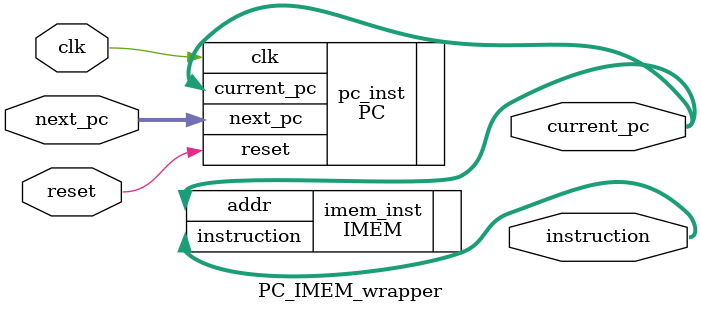
<source format=v>
module PC_IMEM_wrapper(
    input clk,
    input reset,
    input [31:0] next_pc,
    output [31:0] current_pc,
    output [31:0] instruction
);

    // Instancia del PC
    PC pc_inst (
        .clk(clk),
        .reset(reset),
        .next_pc(next_pc),
        .current_pc(current_pc)
    );

    // Instancia de IMEM
    IMEM imem_inst (
        .addr(current_pc),
        .instruction(instruction)
    );

endmodule



</source>
